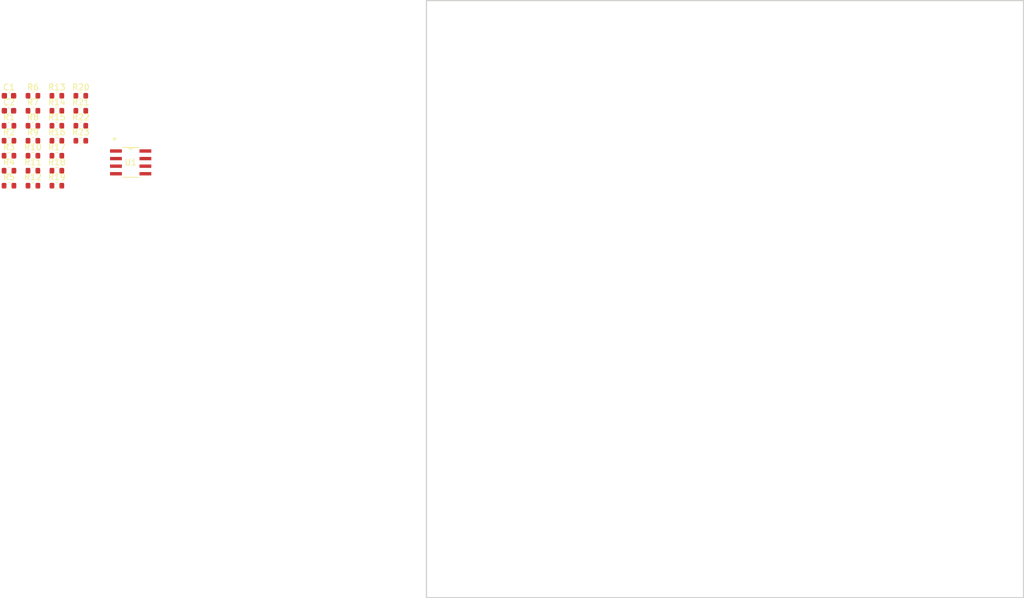
<source format=kicad_pcb>
(kicad_pcb (version 20240108) (generator "pcbnew") (generator_version "8.0")
  (layers (0 "F.Cu" signal) (31 "B.Cu" signal) (34 "B.Paste" user) (35 "F.Paste" user) (36 "B.SilkS" user "B.Silkscreen") (37 "F.SilkS" user "F.Silkscreen") (38 "B.Mask" user) (39 "F.Mask" user) (44 "Edge.Cuts" user))
  (net 0 "")
  (net 1 "Net-(U1B--)")
  (net 2 "Net-(U1A-+)")
  (net 3 "Net-(R2-Pad1)")
  (net 4 "GND")
  (net 7 "Net-(Q2-B)")
  (net 8 "Net-(C1-Pad2)")
  (net 9 "Net-(C1-Pad1)")
  (net 10 "Net-(C2-Pad1)")
  (net 11 "Net-(R1-Pad1)")
  (net 12 "Net-(R2-Pad2)")
  (net 13 "Net-(R5-Pad1)")
  (net 14 "Net-(Q6-B)")
  (net 15 "+24V")
  (net 16 "Net-(Q6-C)")
  (net 17 "Net-(Q2-E)")
  (net 18 "Net-(Q7-C)")
  (net 19 "Net-(Q3-E)")
  (net 20 "Net-(Q4-E)")
  (net 21 "-24V")
  (net 22 "Net-(Q5-E)")
  (net 23 "Net-(Q1-E)")
  (net 24 "Net-(Q8-B)")
  (net 25 "Net-(Q10-E)")
  (net 26 "Net-(Q10-B)")
  (net 27 "Net-(Q10-C)")
  (net 28 "Net-(Q11-B)")
  (net 29 "Net-(Q11-C)")
  (net 30 "Net-(LS1-Pad1)")
  (net 31 "Net-(Q13-E)")
  (net 32 "Net-(Q15-B)")
  (net 33 "Net-(Q14-E)")
  (net 34 "Net-(Q15-E)")
  (net 35 "Net-(Q3-B)")
  (footprint "Resistor_SMD:R_0603_1608Metric" (layer "F.Cu") (at 75.1126 83.47)
    (property "Reference" "R23" (at 0 -1.43 0) (layer "F.SilkS"))
    (property "Value" "R")
    (fp_line (start -0.237258 -0.5225) (end 0.237258 -0.5225) (stroke (width 0.12)) (layer "F.SilkS"))
    (fp_line (start -0.237258 0.5225) (end 0.237258 0.5225) (stroke (width 0.12)) (layer "F.SilkS"))
    (pad "1" smd roundrect (at -0.825 0) (size 0.8 0.95) (layers "F.Cu" "F.Paste" "F.Mask") (net 35 "Net-(Q3-B)"))
    (pad "2" smd roundrect (at 0.825 0) (size 0.8 0.95) (layers "F.Cu" "F.Paste" "F.Mask") (net 30 "Net-(LS1-Pad1)"))
  )
  (footprint "Resistor_SMD:R_0603_1608Metric" (layer "F.Cu") (at 63.0826 80.96)
    (property "Reference" "R1" (at 0 -1.43 0) (layer "F.SilkS"))
    (property "Value" "R")
    (fp_line (start -0.237258 -0.5225) (end 0.237258 -0.5225) (stroke (width 0.12)) (layer "F.SilkS"))
    (fp_line (start -0.237258 0.5225) (end 0.237258 0.5225) (stroke (width 0.12)) (layer "F.SilkS"))
    (pad "1" smd roundrect (at -0.825 0) (size 0.8 0.95) (layers "F.Cu" "F.Paste" "F.Mask") (net 11 "Net-(R1-Pad1)"))
    (pad "2" smd roundrect (at 0.825 0) (size 0.8 0.95) (layers "F.Cu" "F.Paste" "F.Mask") (net 7 "Net-(Q2-B)"))
  )
  (footprint "Resistor_SMD:R_0603_1608Metric" (layer "F.Cu") (at 71.1026 88.49)
    (property "Reference" "R18" (at 0 -1.43 0) (layer "F.SilkS"))
    (property "Value" "R")
    (fp_line (start -0.237258 -0.5225) (end 0.237258 -0.5225) (stroke (width 0.12)) (layer "F.SilkS"))
    (fp_line (start -0.237258 0.5225) (end 0.237258 0.5225) (stroke (width 0.12)) (layer "F.SilkS"))
    (pad "1" smd roundrect (at -0.825 0) (size 0.8 0.95) (layers "F.Cu" "F.Paste" "F.Mask") (net 31 "Net-(Q13-E)"))
    (pad "2" smd roundrect (at 0.825 0) (size 0.8 0.95) (layers "F.Cu" "F.Paste" "F.Mask") (net 30 "Net-(LS1-Pad1)"))
  )
  (footprint "Resistor_SMD:R_0603_1608Metric" (layer "F.Cu") (at 67.0926 88.49)
    (property "Reference" "R11" (at 0 -1.43 0) (layer "F.SilkS"))
    (property "Value" "R")
    (fp_line (start -0.237258 -0.5225) (end 0.237258 -0.5225) (stroke (width 0.12)) (layer "F.SilkS"))
    (fp_line (start -0.237258 0.5225) (end 0.237258 0.5225) (stroke (width 0.12)) (layer "F.SilkS"))
    (pad "1" smd roundrect (at -0.825 0) (size 0.8 0.95) (layers "F.Cu" "F.Paste" "F.Mask") (net 22 "Net-(Q5-E)"))
    (pad "2" smd roundrect (at 0.825 0) (size 0.8 0.95) (layers "F.Cu" "F.Paste" "F.Mask") (net 21 "-24V"))
  )
  (footprint "Resistor_SMD:R_0603_1608Metric" (layer "F.Cu") (at 71.1026 80.96)
    (property "Reference" "R15" (at 0 -1.43 0) (layer "F.SilkS"))
    (property "Value" "R")
    (fp_line (start -0.237258 -0.5225) (end 0.237258 -0.5225) (stroke (width 0.12)) (layer "F.SilkS"))
    (fp_line (start -0.237258 0.5225) (end 0.237258 0.5225) (stroke (width 0.12)) (layer "F.SilkS"))
    (pad "1" smd roundrect (at -0.825 0) (size 0.8 0.95) (layers "F.Cu" "F.Paste" "F.Mask") (net 27 "Net-(Q10-C)"))
    (pad "2" smd roundrect (at 0.825 0) (size 0.8 0.95) (layers "F.Cu" "F.Paste" "F.Mask") (net 26 "Net-(Q10-B)"))
  )
  (footprint "NE5532DR:D8" (layer "F.Cu") (at 83.4638 87.095)
    (property "Reference" "U1" (at 0 0 0) (layer "F.SilkS"))
    (property "Value" "NE5532")
    (fp_line (start -1.373653 2.5019) (end 1.373653 2.5019) (stroke (width 0.1524)) (layer "F.SilkS"))
    (fp_line (start 1.373653 -2.5019) (end -1.373653 -2.5019) (stroke (width 0.1524)) (layer "F.SilkS"))
    (fp_arc (start 0.3048 -2.5019) (mid 0 -2.1971) (end -0.3048 -2.5019) (stroke (width 0.1524)) (layer "F.SilkS"))
    (fp_text user "*" (at -2.7178 -3.6068 0) (layer "F.SilkS"))
    (fp_text user "*" (at -2.7178 -3.6068 0) (layer "F.SilkS"))
    (pad "1" smd rect (at -2.4638 -1.905) (size 1.9812 0.5588) (layers "F.Cu" "F.Paste" "F.Mask") (net 3 "Net-(R2-Pad1)"))
    (pad "2" smd rect (at -2.4638 -0.635) (size 1.9812 0.5588) (layers "F.Cu" "F.Paste" "F.Mask") (net 4 "GND"))
    (pad "3" smd rect (at -2.4638 0.635) (size 1.9812 0.5588) (layers "F.Cu" "F.Paste" "F.Mask") (net 2 "Net-(U1A-+)"))
    (pad "4" smd rect (at -2.4638 1.905) (size 1.9812 0.5588) (layers "F.Cu" "F.Paste" "F.Mask"))
    (pad "5" smd rect (at 2.4638 1.905) (size 1.9812 0.5588) (layers "F.Cu" "F.Paste" "F.Mask") (net 4 "GND"))
    (pad "6" smd rect (at 2.4638 0.635) (size 1.9812 0.5588) (layers "F.Cu" "F.Paste" "F.Mask") (net 1 "Net-(U1B--)"))
    (pad "7" smd rect (at 2.4638 -0.635) (size 1.9812 0.5588) (layers "F.Cu" "F.Paste" "F.Mask") (net 7 "Net-(Q2-B)"))
    (pad "8" smd rect (at 2.4638 -1.905) (size 1.9812 0.5588) (layers "F.Cu" "F.Paste" "F.Mask"))
  )
  (footprint "Resistor_SMD:R_0603_1608Metric" (layer "F.Cu") (at 67.0926 83.47)
    (property "Reference" "R9" (at 0 -1.43 0) (layer "F.SilkS"))
    (property "Value" "R")
    (fp_line (start -0.237258 -0.5225) (end 0.237258 -0.5225) (stroke (width 0.12)) (layer "F.SilkS"))
    (fp_line (start -0.237258 0.5225) (end 0.237258 0.5225) (stroke (width 0.12)) (layer "F.SilkS"))
    (pad "1" smd roundrect (at -0.825 0) (size 0.8 0.95) (layers "F.Cu" "F.Paste" "F.Mask") (net 18 "Net-(Q7-C)"))
    (pad "2" smd roundrect (at 0.825 0) (size 0.8 0.95) (layers "F.Cu" "F.Paste" "F.Mask") (net 19 "Net-(Q3-E)"))
  )
  (footprint "Resistor_SMD:R_0603_1608Metric" (layer "F.Cu") (at 67.0926 75.94)
    (property "Reference" "R6" (at 0 -1.43 0) (layer "F.SilkS"))
    (property "Value" "R")
    (fp_line (start -0.237258 -0.5225) (end 0.237258 -0.5225) (stroke (width 0.12)) (layer "F.SilkS"))
    (fp_line (start -0.237258 0.5225) (end 0.237258 0.5225) (stroke (width 0.12)) (layer "F.SilkS"))
    (pad "1" smd roundrect (at -0.825 0) (size 0.8 0.95) (layers "F.Cu" "F.Paste" "F.Mask") (net 15 "+24V"))
    (pad "2" smd roundrect (at 0.825 0) (size 0.8 0.95) (layers "F.Cu" "F.Paste" "F.Mask") (net 14 "Net-(Q6-B)"))
  )
  (footprint "Resistor_SMD:R_0603_1608Metric" (layer "F.Cu") (at 63.0826 85.98)
    (property "Reference" "R3" (at 0 -1.43 0) (layer "F.SilkS"))
    (property "Value" "R")
    (fp_line (start -0.237258 -0.5225) (end 0.237258 -0.5225) (stroke (width 0.12)) (layer "F.SilkS"))
    (fp_line (start -0.237258 0.5225) (end 0.237258 0.5225) (stroke (width 0.12)) (layer "F.SilkS"))
    (pad "1" smd roundrect (at -0.825 0) (size 0.8 0.95) (layers "F.Cu" "F.Paste" "F.Mask") (net 3 "Net-(R2-Pad1)"))
    (pad "2" smd roundrect (at 0.825 0) (size 0.8 0.95) (layers "F.Cu" "F.Paste" "F.Mask") (net 9 "Net-(C1-Pad1)"))
  )
  (footprint "Resistor_SMD:R_0603_1608Metric" (layer "F.Cu") (at 63.0826 88.49)
    (property "Reference" "R4" (at 0 -1.43 0) (layer "F.SilkS"))
    (property "Value" "R")
    (fp_line (start -0.237258 -0.5225) (end 0.237258 -0.5225) (stroke (width 0.12)) (layer "F.SilkS"))
    (fp_line (start -0.237258 0.5225) (end 0.237258 0.5225) (stroke (width 0.12)) (layer "F.SilkS"))
    (pad "1" smd roundrect (at -0.825 0) (size 0.8 0.95) (layers "F.Cu" "F.Paste" "F.Mask") (net 8 "Net-(C1-Pad2)"))
    (pad "2" smd roundrect (at 0.825 0) (size 0.8 0.95) (layers "F.Cu" "F.Paste" "F.Mask") (net 7 "Net-(Q2-B)"))
  )
  (footprint "Resistor_SMD:R_0603_1608Metric" (layer "F.Cu") (at 71.1026 83.47)
    (property "Reference" "R16" (at 0 -1.43 0) (layer "F.SilkS"))
    (property "Value" "R")
    (fp_line (start -0.237258 -0.5225) (end 0.237258 -0.5225) (stroke (width 0.12)) (layer "F.SilkS"))
    (fp_line (start -0.237258 0.5225) (end 0.237258 0.5225) (stroke (width 0.12)) (layer "F.SilkS"))
    (pad "1" smd roundrect (at -0.825 0) (size 0.8 0.95) (layers "F.Cu" "F.Paste" "F.Mask") (net 15 "+24V"))
    (pad "2" smd roundrect (at 0.825 0) (size 0.8 0.95) (layers "F.Cu" "F.Paste" "F.Mask") (net 28 "Net-(Q11-B)"))
  )
  (footprint "Resistor_SMD:R_0603_1608Metric" (layer "F.Cu") (at 67.0926 91)
    (property "Reference" "R12" (at 0 -1.43 0) (layer "F.SilkS"))
    (property "Value" "R")
    (fp_line (start -0.237258 -0.5225) (end 0.237258 -0.5225) (stroke (width 0.12)) (layer "F.SilkS"))
    (fp_line (start -0.237258 0.5225) (end 0.237258 0.5225) (stroke (width 0.12)) (layer "F.SilkS"))
    (pad "1" smd roundrect (at -0.825 0) (size 0.8 0.95) (layers "F.Cu" "F.Paste" "F.Mask") (net 23 "Net-(Q1-E)"))
    (pad "2" smd roundrect (at 0.825 0) (size 0.8 0.95) (layers "F.Cu" "F.Paste" "F.Mask") (net 21 "-24V"))
  )
  (footprint "Resistor_SMD:R_0603_1608Metric" (layer "F.Cu") (at 67.0926 85.98)
    (property "Reference" "R10" (at 0 -1.43 0) (layer "F.SilkS"))
    (property "Value" "R")
    (fp_line (start -0.237258 -0.5225) (end 0.237258 -0.5225) (stroke (width 0.12)) (layer "F.SilkS"))
    (fp_line (start -0.237258 0.5225) (end 0.237258 0.5225) (stroke (width 0.12)) (layer "F.SilkS"))
    (pad "1" smd roundrect (at -0.825 0) (size 0.8 0.95) (layers "F.Cu" "F.Paste" "F.Mask") (net 20 "Net-(Q4-E)"))
    (pad "2" smd roundrect (at 0.825 0) (size 0.8 0.95) (layers "F.Cu" "F.Paste" "F.Mask") (net 21 "-24V"))
  )
  (footprint "Resistor_SMD:R_0603_1608Metric" (layer "F.Cu") (at 75.1126 78.45)
    (property "Reference" "R21" (at 0 -1.43 0) (layer "F.SilkS"))
    (property "Value" "R")
    (fp_line (start -0.237258 -0.5225) (end 0.237258 -0.5225) (stroke (width 0.12)) (layer "F.SilkS"))
    (fp_line (start -0.237258 0.5225) (end 0.237258 0.5225) (stroke (width 0.12)) (layer "F.SilkS"))
    (pad "1" smd roundrect (at -0.825 0) (size 0.8 0.95) (layers "F.Cu" "F.Paste" "F.Mask") (net 30 "Net-(LS1-Pad1)"))
    (pad "2" smd roundrect (at 0.825 0) (size 0.8 0.95) (layers "F.Cu" "F.Paste" "F.Mask") (net 34 "Net-(Q15-E)"))
  )
  (footprint "Resistor_SMD:R_0603_1608Metric" (layer "F.Cu") (at 67.0926 80.96)
    (property "Reference" "R8" (at 0 -1.43 0) (layer "F.SilkS"))
    (property "Value" "R")
    (fp_line (start -0.237258 -0.5225) (end 0.237258 -0.5225) (stroke (width 0.12)) (layer "F.SilkS"))
    (fp_line (start -0.237258 0.5225) (end 0.237258 0.5225) (stroke (width 0.12)) (layer "F.SilkS"))
    (pad "1" smd roundrect (at -0.825 0) (size 0.8 0.95) (layers "F.Cu" "F.Paste" "F.Mask") (net 18 "Net-(Q7-C)"))
    (pad "2" smd roundrect (at 0.825 0) (size 0.8 0.95) (layers "F.Cu" "F.Paste" "F.Mask") (net 17 "Net-(Q2-E)"))
  )
  (footprint "Resistor_SMD:R_0603_1608Metric" (layer "F.Cu") (at 63.0826 91)
    (property "Reference" "R5" (at 0 -1.43 0) (layer "F.SilkS"))
    (property "Value" "R")
    (fp_line (start -0.237258 -0.5225) (end 0.237258 -0.5225) (stroke (width 0.12)) (layer "F.SilkS"))
    (fp_line (start -0.237258 0.5225) (end 0.237258 0.5225) (stroke (width 0.12)) (layer "F.SilkS"))
    (pad "1" smd roundrect (at -0.825 0) (size 0.8 0.95) (layers "F.Cu" "F.Paste" "F.Mask") (net 13 "Net-(R5-Pad1)"))
    (pad "2" smd roundrect (at 0.825 0) (size 0.8 0.95) (layers "F.Cu" "F.Paste" "F.Mask") (net 1 "Net-(U1B--)"))
  )
  (footprint "Capacitor_SMD:C_0603_1608Metric" (layer "F.Cu") (at 63.0826 78.45)
    (property "Reference" "C2" (at 0 -1.43 0) (layer "F.SilkS"))
    (property "Value" "C")
    (fp_line (start -0.14058 -0.51) (end 0.14058 -0.51) (stroke (width 0.12)) (layer "F.SilkS"))
    (fp_line (start -0.14058 0.51) (end 0.14058 0.51) (stroke (width 0.12)) (layer "F.SilkS"))
    (pad "1" smd roundrect (at -0.775 0) (size 0.9 0.95) (layers "F.Cu" "F.Paste" "F.Mask") (net 10 "Net-(C2-Pad1)"))
    (pad "2" smd roundrect (at 0.775 0) (size 0.9 0.95) (layers "F.Cu" "F.Paste" "F.Mask") (net 1 "Net-(U1B--)"))
  )
  (footprint "Resistor_SMD:R_0603_1608Metric" (layer "F.Cu") (at 63.0826 83.47)
    (property "Reference" "R2" (at 0 -1.43 0) (layer "F.SilkS"))
    (property "Value" "R")
    (fp_line (start -0.237258 -0.5225) (end 0.237258 -0.5225) (stroke (width 0.12)) (layer "F.SilkS"))
    (fp_line (start -0.237258 0.5225) (end 0.237258 0.5225) (stroke (width 0.12)) (layer "F.SilkS"))
    (pad "1" smd roundrect (at -0.825 0) (size 0.8 0.95) (layers "F.Cu" "F.Paste" "F.Mask") (net 3 "Net-(R2-Pad1)"))
    (pad "2" smd roundrect (at 0.825 0) (size 0.8 0.95) (layers "F.Cu" "F.Paste" "F.Mask") (net 12 "Net-(R2-Pad2)"))
  )
  (footprint "Resistor_SMD:R_0603_1608Metric" (layer "F.Cu") (at 67.0926 78.45)
    (property "Reference" "R7" (at 0 -1.43 0) (layer "F.SilkS"))
    (property "Value" "R")
    (fp_line (start -0.237258 -0.5225) (end 0.237258 -0.5225) (stroke (width 0.12)) (layer "F.SilkS"))
    (fp_line (start -0.237258 0.5225) (end 0.237258 0.5225) (stroke (width 0.12)) (layer "F.SilkS"))
    (pad "1" smd roundrect (at -0.825 0) (size 0.8 0.95) (layers "F.Cu" "F.Paste" "F.Mask") (net 16 "Net-(Q6-C)"))
    (pad "2" smd roundrect (at 0.825 0) (size 0.8 0.95) (layers "F.Cu" "F.Paste" "F.Mask") (net 4 "GND"))
  )
  (footprint "Resistor_SMD:R_0603_1608Metric" (layer "F.Cu") (at 71.1026 91)
    (property "Reference" "R19" (at 0 -1.43 0) (layer "F.SilkS"))
    (property "Value" "R")
    (fp_line (start -0.237258 -0.5225) (end 0.237258 -0.5225) (stroke (width 0.12)) (layer "F.SilkS"))
    (fp_line (start -0.237258 0.5225) (end 0.237258 0.5225) (stroke (width 0.12)) (layer "F.SilkS"))
    (pad "1" smd roundrect (at -0.825 0) (size 0.8 0.95) (layers "F.Cu" "F.Paste" "F.Mask") (net 30 "Net-(LS1-Pad1)"))
    (pad "2" smd roundrect (at 0.825 0) (size 0.8 0.95) (layers "F.Cu" "F.Paste" "F.Mask") (net 32 "Net-(Q15-B)"))
  )
  (footprint "Resistor_SMD:R_0603_1608Metric" (layer "F.Cu") (at 71.1026 85.98)
    (property "Reference" "R17" (at 0 -1.43 0) (layer "F.SilkS"))
    (property "Value" "R")
    (fp_line (start -0.237258 -0.5225) (end 0.237258 -0.5225) (stroke (width 0.12)) (layer "F.SilkS"))
    (fp_line (start -0.237258 0.5225) (end 0.237258 0.5225) (stroke (width 0.12)) (layer "F.SilkS"))
    (pad "1" smd roundrect (at -0.825 0) (size 0.8 0.95) (layers "F.Cu" "F.Paste" "F.Mask") (net 29 "Net-(Q11-C)"))
    (pad "2" smd roundrect (at 0.825 0) (size 0.8 0.95) (layers "F.Cu" "F.Paste" "F.Mask") (net 4 "GND"))
  )
  (footprint "Resistor_SMD:R_0603_1608Metric" (layer "F.Cu") (at 71.1026 75.94)
    (property "Reference" "R13" (at 0 -1.43 0) (layer "F.SilkS"))
    (property "Value" "R")
    (fp_line (start -0.237258 -0.5225) (end 0.237258 -0.5225) (stroke (width 0.12)) (layer "F.SilkS"))
    (fp_line (start -0.237258 0.5225) (end 0.237258 0.5225) (stroke (width 0.12)) (layer "F.SilkS"))
    (pad "1" smd roundrect (at -0.825 0) (size 0.8 0.95) (layers "F.Cu" "F.Paste" "F.Mask") (net 24 "Net-(Q8-B)"))
    (pad "2" smd roundrect (at 0.825 0) (size 0.8 0.95) (layers "F.Cu" "F.Paste" "F.Mask") (net 21 "-24V"))
  )
  (footprint "Resistor_SMD:R_0603_1608Metric" (layer "F.Cu") (at 75.1126 80.96)
    (property "Reference" "R22" (at 0 -1.43 0) (layer "F.SilkS"))
    (property "Value" "R")
    (fp_line (start -0.237258 -0.5225) (end 0.237258 -0.5225) (stroke (width 0.12)) (layer "F.SilkS"))
    (fp_line (start -0.237258 0.5225) (end 0.237258 0.5225) (stroke (width 0.12)) (layer "F.SilkS"))
    (pad "1" smd roundrect (at -0.825 0) (size 0.8 0.95) (layers "F.Cu" "F.Paste" "F.Mask") (net 35 "Net-(Q3-B)"))
    (pad "2" smd roundrect (at 0.825 0) (size 0.8 0.95) (layers "F.Cu" "F.Paste" "F.Mask") (net 4 "GND"))
  )
  (footprint "Resistor_SMD:R_0603_1608Metric" (layer "F.Cu") (at 71.1026 78.45)
    (property "Reference" "R14" (at 0 -1.43 0) (layer "F.SilkS"))
    (property "Value" "R")
    (fp_line (start -0.237258 -0.5225) (end 0.237258 -0.5225) (stroke (width 0.12)) (layer "F.SilkS"))
    (fp_line (start -0.237258 0.5225) (end 0.237258 0.5225) (stroke (width 0.12)) (layer "F.SilkS"))
    (pad "1" smd roundrect (at -0.825 0) (size 0.8 0.95) (layers "F.Cu" "F.Paste" "F.Mask") (net 26 "Net-(Q10-B)"))
    (pad "2" smd roundrect (at 0.825 0) (size 0.8 0.95) (layers "F.Cu" "F.Paste" "F.Mask") (net 25 "Net-(Q10-E)"))
  )
  (footprint "Capacitor_SMD:C_0603_1608Metric" (layer "F.Cu") (at 63.0826 75.94)
    (property "Reference" "C1" (at 0 -1.43 0) (layer "F.SilkS"))
    (property "Value" "C")
    (fp_line (start -0.14058 -0.51) (end 0.14058 -0.51) (stroke (width 0.12)) (layer "F.SilkS"))
    (fp_line (start -0.14058 0.51) (end 0.14058 0.51) (stroke (width 0.12)) (layer "F.SilkS"))
    (pad "1" smd roundrect (at -0.775 0) (size 0.9 0.95) (layers "F.Cu" "F.Paste" "F.Mask") (net 9 "Net-(C1-Pad1)"))
    (pad "2" smd roundrect (at 0.775 0) (size 0.9 0.95) (layers "F.Cu" "F.Paste" "F.Mask") (net 8 "Net-(C1-Pad2)"))
  )
  (footprint "Resistor_SMD:R_0603_1608Metric" (layer "F.Cu") (at 75.1126 75.94)
    (property "Reference" "R20" (at 0 -1.43 0) (layer "F.SilkS"))
    (property "Value" "R")
    (fp_line (start -0.237258 -0.5225) (end 0.237258 -0.5225) (stroke (width 0.12)) (layer "F.SilkS"))
    (fp_line (start -0.237258 0.5225) (end 0.237258 0.5225) (stroke (width 0.12)) (layer "F.SilkS"))
    (pad "1" smd roundrect (at -0.825 0) (size 0.8 0.95) (layers "F.Cu" "F.Paste" "F.Mask") (net 33 "Net-(Q14-E)"))
    (pad "2" smd roundrect (at 0.825 0) (size 0.8 0.95) (layers "F.Cu" "F.Paste" "F.Mask") (net 30 "Net-(LS1-Pad1)"))
  )
  (gr_rect (start 133 60) (end 233 160) (stroke (width 0.2)) (fill none) (layer "Edge.Cuts"))
)
</source>
